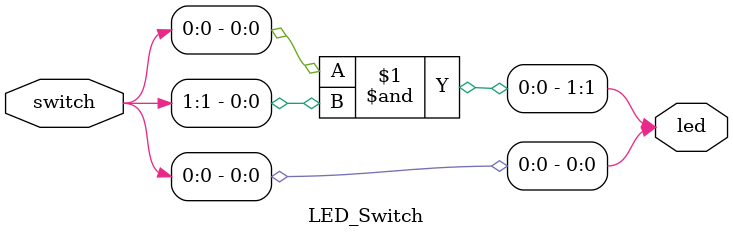
<source format=v>
`timescale 1ns / 1ps


module LED_Switch(led,switch);
    output [1:0] led;
    input [1:0] switch;
    assign led[0] = switch[0];
    assign led[1] = switch[0] & switch[1];
endmodule

</source>
